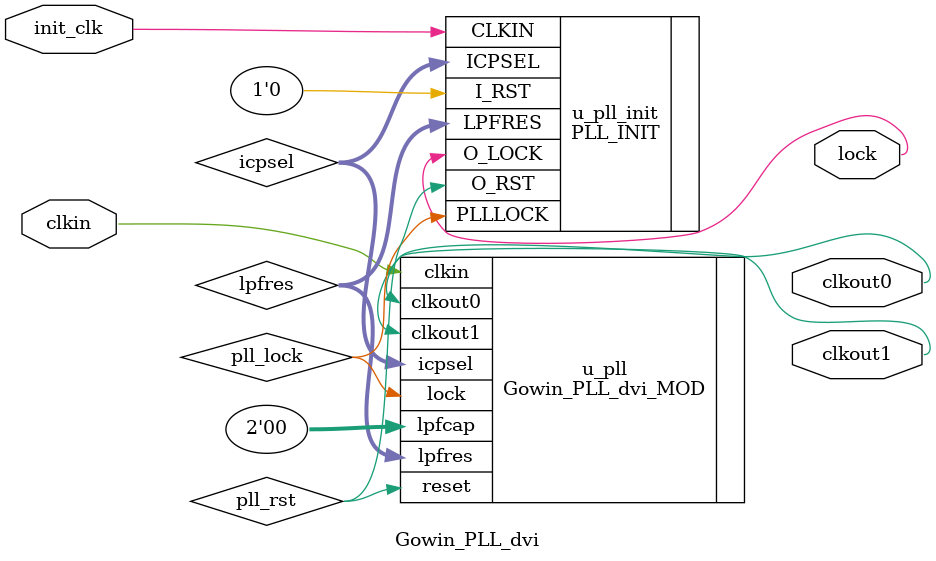
<source format=v>
module Gowin_PLL_dvi(
    clkin,
    init_clk,
    clkout0,
    clkout1,
    lock
);


input clkin;
input init_clk;
output clkout0;
output clkout1;
output lock;
wire [5:0] icpsel;
wire [2:0] lpfres;
wire pll_lock;
wire pll_rst;


    Gowin_PLL_dvi_MOD u_pll(
        .clkout1(clkout1),
        .clkout0(clkout0),
        .lock(pll_lock),
        .clkin(clkin),
        .reset(pll_rst),
        .icpsel(icpsel),
        .lpfres(lpfres),
        .lpfcap(2'b00)
    );


    PLL_INIT u_pll_init(
        .CLKIN(init_clk),
        .I_RST(1'b0),
        .O_RST(pll_rst),
        .PLLLOCK(pll_lock),
        .O_LOCK(lock),
        .ICPSEL(icpsel),
        .LPFRES(lpfres)
    );
    defparam u_pll_init.CLK_PERIOD = 20;
    defparam u_pll_init.MULTI_FAC = 15;


endmodule

</source>
